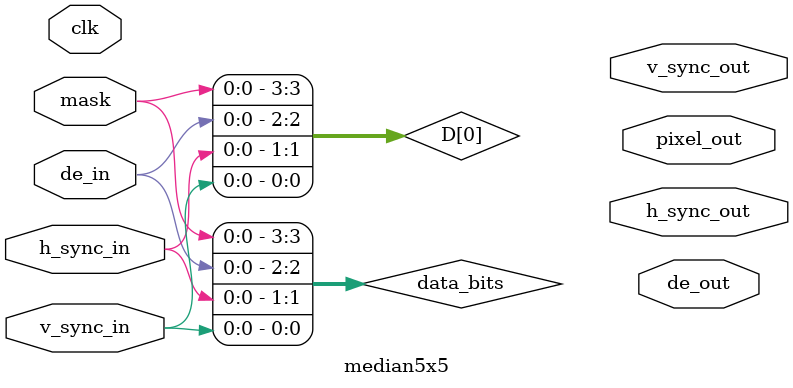
<source format=v>
`timescale 1ns / 1ps


module median5x5 # (parameter H_SIZE = 83) 
(
    input clk,
    input de_in,
    input h_sync_in,
    input v_sync_in,
    input mask,
    output de_out,
    output h_sync_out,
    output v_sync_out,
    output [7:0] pixel_out
);
wire [3:0] data_bits;
wire [15:0] long_line;
wire [3:0] D [0:5]; 
assign data_bits = {mask, de_in, h_sync_in, v_sync_in};
assign D[0] = data_bits;
genvar i;
generate
begin
    for(i = 0; i < 5; i = i+1)
    begin 
        register r_i
        (
            .rst(0),
            .clk(clk),
            .ce(1'b1),
            .d(D[i]),
            .q(D[i+1])
        );
    end
end
endgenerate

delayLineBRAM_WP  long_delay
(
    .clk(clk),
    .rst(0),
    .ce(1'b1),
    .din ,
    .dout,
    .h_size(H_SIZE - 5)
);

endmodule

</source>
